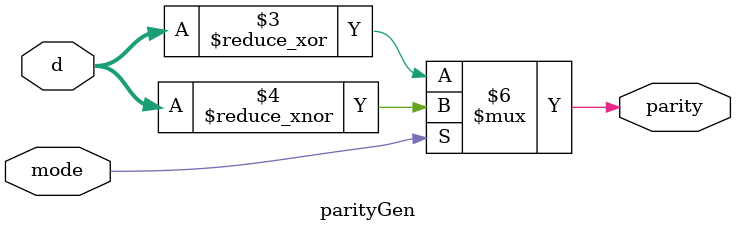
<source format=v>
module parityGen(
input [3:0] d,
input mode,
output reg parity
);

always @(*) begin 
// mode = 0 to check even parity
// mode = 1 to check odd parity

if(mode == 1'b0)
    parity = ^d;
else
    parity = ~^d;
end
endmodule

</source>
